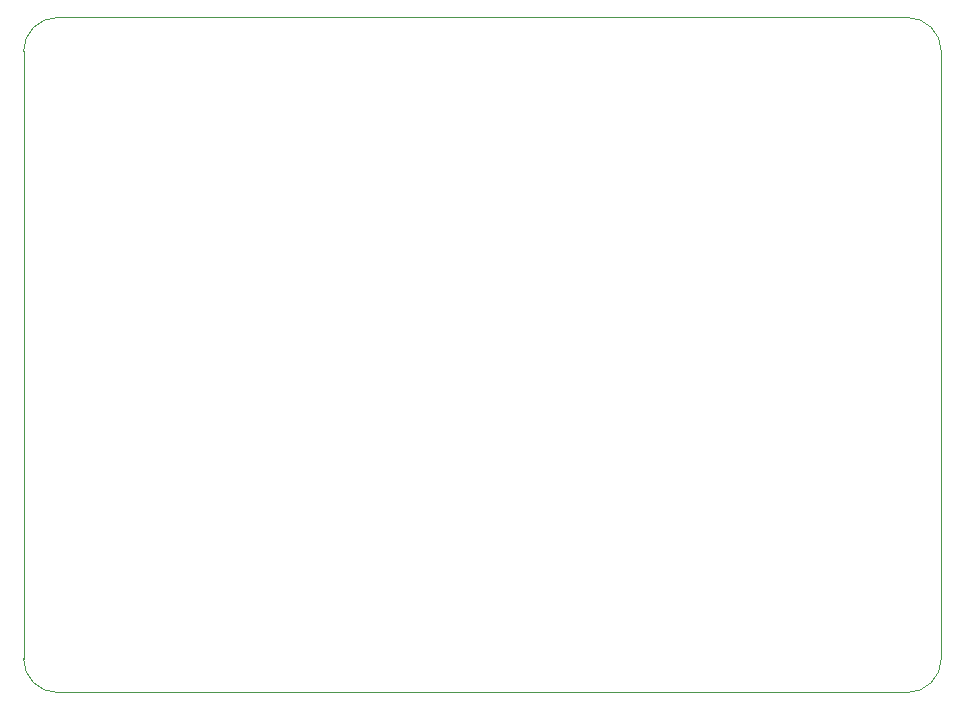
<source format=gbr>
%TF.GenerationSoftware,KiCad,Pcbnew,(6.0.8)*%
%TF.CreationDate,2023-03-27T19:29:35-07:00*%
%TF.ProjectId,zotzotzotv3,7a6f747a-6f74-47a6-9f74-76332e6b6963,rev?*%
%TF.SameCoordinates,Original*%
%TF.FileFunction,Profile,NP*%
%FSLAX46Y46*%
G04 Gerber Fmt 4.6, Leading zero omitted, Abs format (unit mm)*
G04 Created by KiCad (PCBNEW (6.0.8)) date 2023-03-27 19:29:35*
%MOMM*%
%LPD*%
G01*
G04 APERTURE LIST*
%TA.AperFunction,Profile*%
%ADD10C,0.100000*%
%TD*%
G04 APERTURE END LIST*
D10*
X-13797975Y29074975D02*
G75*
G03*
X-16655475Y26217500I-25J-2857475D01*
G01*
X-13797975Y29075000D02*
X58179524Y29075000D01*
X-16655475Y-25217500D02*
X-16655475Y26217500D01*
X61037024Y26217500D02*
X61037024Y-25217500D01*
X-13797975Y-28075000D02*
X58179524Y-28075000D01*
X61037000Y26217500D02*
G75*
G03*
X58179524Y29075000I-2857500J0D01*
G01*
X-16655500Y-25217500D02*
G75*
G03*
X-13797975Y-28075000I2857500J0D01*
G01*
X58179524Y-28075024D02*
G75*
G03*
X61037024Y-25217500I-24J2857524D01*
G01*
M02*

</source>
